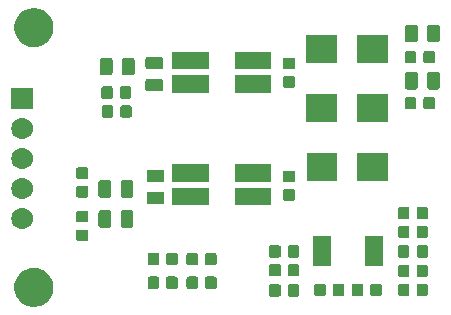
<source format=gts>
G04 #@! TF.GenerationSoftware,KiCad,Pcbnew,(5.1.2)-1*
G04 #@! TF.CreationDate,2020-05-04T21:43:22+09:00*
G04 #@! TF.ProjectId,dcdc,64636463-2e6b-4696-9361-645f70636258,v1.2*
G04 #@! TF.SameCoordinates,Original*
G04 #@! TF.FileFunction,Soldermask,Top*
G04 #@! TF.FilePolarity,Negative*
%FSLAX46Y46*%
G04 Gerber Fmt 4.6, Leading zero omitted, Abs format (unit mm)*
G04 Created by KiCad (PCBNEW (5.1.2)-1) date 2020-05-04 21:43:22*
%MOMM*%
%LPD*%
G04 APERTURE LIST*
%ADD10C,0.100000*%
G04 APERTURE END LIST*
D10*
G36*
X121375256Y-84391298D02*
G01*
X121481579Y-84412447D01*
X121782042Y-84536903D01*
X122052451Y-84717585D01*
X122282415Y-84947549D01*
X122398923Y-85121915D01*
X122463098Y-85217960D01*
X122587553Y-85518422D01*
X122650038Y-85832552D01*
X122651000Y-85837391D01*
X122651000Y-86162609D01*
X122587553Y-86481579D01*
X122503361Y-86684836D01*
X122471562Y-86761607D01*
X122463097Y-86782042D01*
X122282415Y-87052451D01*
X122052451Y-87282415D01*
X121782042Y-87463097D01*
X121481579Y-87587553D01*
X121375256Y-87608702D01*
X121162611Y-87651000D01*
X120837389Y-87651000D01*
X120624744Y-87608702D01*
X120518421Y-87587553D01*
X120217958Y-87463097D01*
X119947549Y-87282415D01*
X119717585Y-87052451D01*
X119536903Y-86782042D01*
X119528439Y-86761607D01*
X119496639Y-86684836D01*
X119412447Y-86481579D01*
X119349000Y-86162609D01*
X119349000Y-85837391D01*
X119349963Y-85832552D01*
X119412447Y-85518422D01*
X119536902Y-85217960D01*
X119601077Y-85121915D01*
X119717585Y-84947549D01*
X119947549Y-84717585D01*
X120217958Y-84536903D01*
X120518421Y-84412447D01*
X120624744Y-84391298D01*
X120837389Y-84349000D01*
X121162611Y-84349000D01*
X121375256Y-84391298D01*
X121375256Y-84391298D01*
G37*
G36*
X143329591Y-85728085D02*
G01*
X143363569Y-85738393D01*
X143394890Y-85755134D01*
X143422339Y-85777661D01*
X143444866Y-85805110D01*
X143461607Y-85836431D01*
X143471915Y-85870409D01*
X143476000Y-85911890D01*
X143476000Y-86588110D01*
X143471915Y-86629591D01*
X143461607Y-86663569D01*
X143444866Y-86694890D01*
X143422339Y-86722339D01*
X143394890Y-86744866D01*
X143363569Y-86761607D01*
X143329591Y-86771915D01*
X143288110Y-86776000D01*
X142686890Y-86776000D01*
X142645409Y-86771915D01*
X142611431Y-86761607D01*
X142580110Y-86744866D01*
X142552661Y-86722339D01*
X142530134Y-86694890D01*
X142513393Y-86663569D01*
X142503085Y-86629591D01*
X142499000Y-86588110D01*
X142499000Y-85911890D01*
X142503085Y-85870409D01*
X142513393Y-85836431D01*
X142530134Y-85805110D01*
X142552661Y-85777661D01*
X142580110Y-85755134D01*
X142611431Y-85738393D01*
X142645409Y-85728085D01*
X142686890Y-85724000D01*
X143288110Y-85724000D01*
X143329591Y-85728085D01*
X143329591Y-85728085D01*
G37*
G36*
X141754591Y-85728085D02*
G01*
X141788569Y-85738393D01*
X141819890Y-85755134D01*
X141847339Y-85777661D01*
X141869866Y-85805110D01*
X141886607Y-85836431D01*
X141896915Y-85870409D01*
X141901000Y-85911890D01*
X141901000Y-86588110D01*
X141896915Y-86629591D01*
X141886607Y-86663569D01*
X141869866Y-86694890D01*
X141847339Y-86722339D01*
X141819890Y-86744866D01*
X141788569Y-86761607D01*
X141754591Y-86771915D01*
X141713110Y-86776000D01*
X141111890Y-86776000D01*
X141070409Y-86771915D01*
X141036431Y-86761607D01*
X141005110Y-86744866D01*
X140977661Y-86722339D01*
X140955134Y-86694890D01*
X140938393Y-86663569D01*
X140928085Y-86629591D01*
X140924000Y-86588110D01*
X140924000Y-85911890D01*
X140928085Y-85870409D01*
X140938393Y-85836431D01*
X140955134Y-85805110D01*
X140977661Y-85777661D01*
X141005110Y-85755134D01*
X141036431Y-85738393D01*
X141070409Y-85728085D01*
X141111890Y-85724000D01*
X141713110Y-85724000D01*
X141754591Y-85728085D01*
X141754591Y-85728085D01*
G37*
G36*
X150317591Y-85678085D02*
G01*
X150351569Y-85688393D01*
X150382890Y-85705134D01*
X150410339Y-85727661D01*
X150432866Y-85755110D01*
X150449607Y-85786431D01*
X150459915Y-85820409D01*
X150464000Y-85861890D01*
X150464000Y-86538110D01*
X150459915Y-86579591D01*
X150449607Y-86613569D01*
X150432866Y-86644890D01*
X150410339Y-86672339D01*
X150382890Y-86694866D01*
X150351569Y-86711607D01*
X150317591Y-86721915D01*
X150276110Y-86726000D01*
X149674890Y-86726000D01*
X149633409Y-86721915D01*
X149599431Y-86711607D01*
X149568110Y-86694866D01*
X149540661Y-86672339D01*
X149518134Y-86644890D01*
X149501393Y-86613569D01*
X149491085Y-86579591D01*
X149487000Y-86538110D01*
X149487000Y-85861890D01*
X149491085Y-85820409D01*
X149501393Y-85786431D01*
X149518134Y-85755110D01*
X149540661Y-85727661D01*
X149568110Y-85705134D01*
X149599431Y-85688393D01*
X149633409Y-85678085D01*
X149674890Y-85674000D01*
X150276110Y-85674000D01*
X150317591Y-85678085D01*
X150317591Y-85678085D01*
G37*
G36*
X147141591Y-85678085D02*
G01*
X147175569Y-85688393D01*
X147206890Y-85705134D01*
X147234339Y-85727661D01*
X147256866Y-85755110D01*
X147273607Y-85786431D01*
X147283915Y-85820409D01*
X147288000Y-85861890D01*
X147288000Y-86538110D01*
X147283915Y-86579591D01*
X147273607Y-86613569D01*
X147256866Y-86644890D01*
X147234339Y-86672339D01*
X147206890Y-86694866D01*
X147175569Y-86711607D01*
X147141591Y-86721915D01*
X147100110Y-86726000D01*
X146498890Y-86726000D01*
X146457409Y-86721915D01*
X146423431Y-86711607D01*
X146392110Y-86694866D01*
X146364661Y-86672339D01*
X146342134Y-86644890D01*
X146325393Y-86613569D01*
X146315085Y-86579591D01*
X146311000Y-86538110D01*
X146311000Y-85861890D01*
X146315085Y-85820409D01*
X146325393Y-85786431D01*
X146342134Y-85755110D01*
X146364661Y-85727661D01*
X146392110Y-85705134D01*
X146423431Y-85688393D01*
X146457409Y-85678085D01*
X146498890Y-85674000D01*
X147100110Y-85674000D01*
X147141591Y-85678085D01*
X147141591Y-85678085D01*
G37*
G36*
X145566591Y-85678085D02*
G01*
X145600569Y-85688393D01*
X145631890Y-85705134D01*
X145659339Y-85727661D01*
X145681866Y-85755110D01*
X145698607Y-85786431D01*
X145708915Y-85820409D01*
X145713000Y-85861890D01*
X145713000Y-86538110D01*
X145708915Y-86579591D01*
X145698607Y-86613569D01*
X145681866Y-86644890D01*
X145659339Y-86672339D01*
X145631890Y-86694866D01*
X145600569Y-86711607D01*
X145566591Y-86721915D01*
X145525110Y-86726000D01*
X144923890Y-86726000D01*
X144882409Y-86721915D01*
X144848431Y-86711607D01*
X144817110Y-86694866D01*
X144789661Y-86672339D01*
X144767134Y-86644890D01*
X144750393Y-86613569D01*
X144740085Y-86579591D01*
X144736000Y-86538110D01*
X144736000Y-85861890D01*
X144740085Y-85820409D01*
X144750393Y-85786431D01*
X144767134Y-85755110D01*
X144789661Y-85727661D01*
X144817110Y-85705134D01*
X144848431Y-85688393D01*
X144882409Y-85678085D01*
X144923890Y-85674000D01*
X145525110Y-85674000D01*
X145566591Y-85678085D01*
X145566591Y-85678085D01*
G37*
G36*
X152654591Y-85678085D02*
G01*
X152688569Y-85688393D01*
X152719890Y-85705134D01*
X152747339Y-85727661D01*
X152769866Y-85755110D01*
X152786607Y-85786431D01*
X152796915Y-85820409D01*
X152801000Y-85861890D01*
X152801000Y-86538110D01*
X152796915Y-86579591D01*
X152786607Y-86613569D01*
X152769866Y-86644890D01*
X152747339Y-86672339D01*
X152719890Y-86694866D01*
X152688569Y-86711607D01*
X152654591Y-86721915D01*
X152613110Y-86726000D01*
X152011890Y-86726000D01*
X151970409Y-86721915D01*
X151936431Y-86711607D01*
X151905110Y-86694866D01*
X151877661Y-86672339D01*
X151855134Y-86644890D01*
X151838393Y-86613569D01*
X151828085Y-86579591D01*
X151824000Y-86538110D01*
X151824000Y-85861890D01*
X151828085Y-85820409D01*
X151838393Y-85786431D01*
X151855134Y-85755110D01*
X151877661Y-85727661D01*
X151905110Y-85705134D01*
X151936431Y-85688393D01*
X151970409Y-85678085D01*
X152011890Y-85674000D01*
X152613110Y-85674000D01*
X152654591Y-85678085D01*
X152654591Y-85678085D01*
G37*
G36*
X154229591Y-85678085D02*
G01*
X154263569Y-85688393D01*
X154294890Y-85705134D01*
X154322339Y-85727661D01*
X154344866Y-85755110D01*
X154361607Y-85786431D01*
X154371915Y-85820409D01*
X154376000Y-85861890D01*
X154376000Y-86538110D01*
X154371915Y-86579591D01*
X154361607Y-86613569D01*
X154344866Y-86644890D01*
X154322339Y-86672339D01*
X154294890Y-86694866D01*
X154263569Y-86711607D01*
X154229591Y-86721915D01*
X154188110Y-86726000D01*
X153586890Y-86726000D01*
X153545409Y-86721915D01*
X153511431Y-86711607D01*
X153480110Y-86694866D01*
X153452661Y-86672339D01*
X153430134Y-86644890D01*
X153413393Y-86613569D01*
X153403085Y-86579591D01*
X153399000Y-86538110D01*
X153399000Y-85861890D01*
X153403085Y-85820409D01*
X153413393Y-85786431D01*
X153430134Y-85755110D01*
X153452661Y-85727661D01*
X153480110Y-85705134D01*
X153511431Y-85688393D01*
X153545409Y-85678085D01*
X153586890Y-85674000D01*
X154188110Y-85674000D01*
X154229591Y-85678085D01*
X154229591Y-85678085D01*
G37*
G36*
X148742591Y-85678085D02*
G01*
X148776569Y-85688393D01*
X148807890Y-85705134D01*
X148835339Y-85727661D01*
X148857866Y-85755110D01*
X148874607Y-85786431D01*
X148884915Y-85820409D01*
X148889000Y-85861890D01*
X148889000Y-86538110D01*
X148884915Y-86579591D01*
X148874607Y-86613569D01*
X148857866Y-86644890D01*
X148835339Y-86672339D01*
X148807890Y-86694866D01*
X148776569Y-86711607D01*
X148742591Y-86721915D01*
X148701110Y-86726000D01*
X148099890Y-86726000D01*
X148058409Y-86721915D01*
X148024431Y-86711607D01*
X147993110Y-86694866D01*
X147965661Y-86672339D01*
X147943134Y-86644890D01*
X147926393Y-86613569D01*
X147916085Y-86579591D01*
X147912000Y-86538110D01*
X147912000Y-85861890D01*
X147916085Y-85820409D01*
X147926393Y-85786431D01*
X147943134Y-85755110D01*
X147965661Y-85727661D01*
X147993110Y-85705134D01*
X148024431Y-85688393D01*
X148058409Y-85678085D01*
X148099890Y-85674000D01*
X148701110Y-85674000D01*
X148742591Y-85678085D01*
X148742591Y-85678085D01*
G37*
G36*
X131454591Y-85078085D02*
G01*
X131488569Y-85088393D01*
X131519890Y-85105134D01*
X131547339Y-85127661D01*
X131569866Y-85155110D01*
X131586607Y-85186431D01*
X131596915Y-85220409D01*
X131601000Y-85261890D01*
X131601000Y-85938110D01*
X131596915Y-85979591D01*
X131586607Y-86013569D01*
X131569866Y-86044890D01*
X131547339Y-86072339D01*
X131519890Y-86094866D01*
X131488569Y-86111607D01*
X131454591Y-86121915D01*
X131413110Y-86126000D01*
X130811890Y-86126000D01*
X130770409Y-86121915D01*
X130736431Y-86111607D01*
X130705110Y-86094866D01*
X130677661Y-86072339D01*
X130655134Y-86044890D01*
X130638393Y-86013569D01*
X130628085Y-85979591D01*
X130624000Y-85938110D01*
X130624000Y-85261890D01*
X130628085Y-85220409D01*
X130638393Y-85186431D01*
X130655134Y-85155110D01*
X130677661Y-85127661D01*
X130705110Y-85105134D01*
X130736431Y-85088393D01*
X130770409Y-85078085D01*
X130811890Y-85074000D01*
X131413110Y-85074000D01*
X131454591Y-85078085D01*
X131454591Y-85078085D01*
G37*
G36*
X133029591Y-85078085D02*
G01*
X133063569Y-85088393D01*
X133094890Y-85105134D01*
X133122339Y-85127661D01*
X133144866Y-85155110D01*
X133161607Y-85186431D01*
X133171915Y-85220409D01*
X133176000Y-85261890D01*
X133176000Y-85938110D01*
X133171915Y-85979591D01*
X133161607Y-86013569D01*
X133144866Y-86044890D01*
X133122339Y-86072339D01*
X133094890Y-86094866D01*
X133063569Y-86111607D01*
X133029591Y-86121915D01*
X132988110Y-86126000D01*
X132386890Y-86126000D01*
X132345409Y-86121915D01*
X132311431Y-86111607D01*
X132280110Y-86094866D01*
X132252661Y-86072339D01*
X132230134Y-86044890D01*
X132213393Y-86013569D01*
X132203085Y-85979591D01*
X132199000Y-85938110D01*
X132199000Y-85261890D01*
X132203085Y-85220409D01*
X132213393Y-85186431D01*
X132230134Y-85155110D01*
X132252661Y-85127661D01*
X132280110Y-85105134D01*
X132311431Y-85088393D01*
X132345409Y-85078085D01*
X132386890Y-85074000D01*
X132988110Y-85074000D01*
X133029591Y-85078085D01*
X133029591Y-85078085D01*
G37*
G36*
X134754591Y-85078085D02*
G01*
X134788569Y-85088393D01*
X134819890Y-85105134D01*
X134847339Y-85127661D01*
X134869866Y-85155110D01*
X134886607Y-85186431D01*
X134896915Y-85220409D01*
X134901000Y-85261890D01*
X134901000Y-85938110D01*
X134896915Y-85979591D01*
X134886607Y-86013569D01*
X134869866Y-86044890D01*
X134847339Y-86072339D01*
X134819890Y-86094866D01*
X134788569Y-86111607D01*
X134754591Y-86121915D01*
X134713110Y-86126000D01*
X134111890Y-86126000D01*
X134070409Y-86121915D01*
X134036431Y-86111607D01*
X134005110Y-86094866D01*
X133977661Y-86072339D01*
X133955134Y-86044890D01*
X133938393Y-86013569D01*
X133928085Y-85979591D01*
X133924000Y-85938110D01*
X133924000Y-85261890D01*
X133928085Y-85220409D01*
X133938393Y-85186431D01*
X133955134Y-85155110D01*
X133977661Y-85127661D01*
X134005110Y-85105134D01*
X134036431Y-85088393D01*
X134070409Y-85078085D01*
X134111890Y-85074000D01*
X134713110Y-85074000D01*
X134754591Y-85078085D01*
X134754591Y-85078085D01*
G37*
G36*
X136329591Y-85078085D02*
G01*
X136363569Y-85088393D01*
X136394890Y-85105134D01*
X136422339Y-85127661D01*
X136444866Y-85155110D01*
X136461607Y-85186431D01*
X136471915Y-85220409D01*
X136476000Y-85261890D01*
X136476000Y-85938110D01*
X136471915Y-85979591D01*
X136461607Y-86013569D01*
X136444866Y-86044890D01*
X136422339Y-86072339D01*
X136394890Y-86094866D01*
X136363569Y-86111607D01*
X136329591Y-86121915D01*
X136288110Y-86126000D01*
X135686890Y-86126000D01*
X135645409Y-86121915D01*
X135611431Y-86111607D01*
X135580110Y-86094866D01*
X135552661Y-86072339D01*
X135530134Y-86044890D01*
X135513393Y-86013569D01*
X135503085Y-85979591D01*
X135499000Y-85938110D01*
X135499000Y-85261890D01*
X135503085Y-85220409D01*
X135513393Y-85186431D01*
X135530134Y-85155110D01*
X135552661Y-85127661D01*
X135580110Y-85105134D01*
X135611431Y-85088393D01*
X135645409Y-85078085D01*
X135686890Y-85074000D01*
X136288110Y-85074000D01*
X136329591Y-85078085D01*
X136329591Y-85078085D01*
G37*
G36*
X154229591Y-84078085D02*
G01*
X154263569Y-84088393D01*
X154294890Y-84105134D01*
X154322339Y-84127661D01*
X154344866Y-84155110D01*
X154361607Y-84186431D01*
X154371915Y-84220409D01*
X154376000Y-84261890D01*
X154376000Y-84938110D01*
X154371915Y-84979591D01*
X154361607Y-85013569D01*
X154344866Y-85044890D01*
X154322339Y-85072339D01*
X154294890Y-85094866D01*
X154263569Y-85111607D01*
X154229591Y-85121915D01*
X154188110Y-85126000D01*
X153586890Y-85126000D01*
X153545409Y-85121915D01*
X153511431Y-85111607D01*
X153480110Y-85094866D01*
X153452661Y-85072339D01*
X153430134Y-85044890D01*
X153413393Y-85013569D01*
X153403085Y-84979591D01*
X153399000Y-84938110D01*
X153399000Y-84261890D01*
X153403085Y-84220409D01*
X153413393Y-84186431D01*
X153430134Y-84155110D01*
X153452661Y-84127661D01*
X153480110Y-84105134D01*
X153511431Y-84088393D01*
X153545409Y-84078085D01*
X153586890Y-84074000D01*
X154188110Y-84074000D01*
X154229591Y-84078085D01*
X154229591Y-84078085D01*
G37*
G36*
X152654591Y-84078085D02*
G01*
X152688569Y-84088393D01*
X152719890Y-84105134D01*
X152747339Y-84127661D01*
X152769866Y-84155110D01*
X152786607Y-84186431D01*
X152796915Y-84220409D01*
X152801000Y-84261890D01*
X152801000Y-84938110D01*
X152796915Y-84979591D01*
X152786607Y-85013569D01*
X152769866Y-85044890D01*
X152747339Y-85072339D01*
X152719890Y-85094866D01*
X152688569Y-85111607D01*
X152654591Y-85121915D01*
X152613110Y-85126000D01*
X152011890Y-85126000D01*
X151970409Y-85121915D01*
X151936431Y-85111607D01*
X151905110Y-85094866D01*
X151877661Y-85072339D01*
X151855134Y-85044890D01*
X151838393Y-85013569D01*
X151828085Y-84979591D01*
X151824000Y-84938110D01*
X151824000Y-84261890D01*
X151828085Y-84220409D01*
X151838393Y-84186431D01*
X151855134Y-84155110D01*
X151877661Y-84127661D01*
X151905110Y-84105134D01*
X151936431Y-84088393D01*
X151970409Y-84078085D01*
X152011890Y-84074000D01*
X152613110Y-84074000D01*
X152654591Y-84078085D01*
X152654591Y-84078085D01*
G37*
G36*
X141754591Y-84028085D02*
G01*
X141788569Y-84038393D01*
X141819890Y-84055134D01*
X141847339Y-84077661D01*
X141869866Y-84105110D01*
X141886607Y-84136431D01*
X141896915Y-84170409D01*
X141901000Y-84211890D01*
X141901000Y-84888110D01*
X141896915Y-84929591D01*
X141886607Y-84963569D01*
X141869866Y-84994890D01*
X141847339Y-85022339D01*
X141819890Y-85044866D01*
X141788569Y-85061607D01*
X141754591Y-85071915D01*
X141713110Y-85076000D01*
X141111890Y-85076000D01*
X141070409Y-85071915D01*
X141036431Y-85061607D01*
X141005110Y-85044866D01*
X140977661Y-85022339D01*
X140955134Y-84994890D01*
X140938393Y-84963569D01*
X140928085Y-84929591D01*
X140924000Y-84888110D01*
X140924000Y-84211890D01*
X140928085Y-84170409D01*
X140938393Y-84136431D01*
X140955134Y-84105110D01*
X140977661Y-84077661D01*
X141005110Y-84055134D01*
X141036431Y-84038393D01*
X141070409Y-84028085D01*
X141111890Y-84024000D01*
X141713110Y-84024000D01*
X141754591Y-84028085D01*
X141754591Y-84028085D01*
G37*
G36*
X143329591Y-84028085D02*
G01*
X143363569Y-84038393D01*
X143394890Y-84055134D01*
X143422339Y-84077661D01*
X143444866Y-84105110D01*
X143461607Y-84136431D01*
X143471915Y-84170409D01*
X143476000Y-84211890D01*
X143476000Y-84888110D01*
X143471915Y-84929591D01*
X143461607Y-84963569D01*
X143444866Y-84994890D01*
X143422339Y-85022339D01*
X143394890Y-85044866D01*
X143363569Y-85061607D01*
X143329591Y-85071915D01*
X143288110Y-85076000D01*
X142686890Y-85076000D01*
X142645409Y-85071915D01*
X142611431Y-85061607D01*
X142580110Y-85044866D01*
X142552661Y-85022339D01*
X142530134Y-84994890D01*
X142513393Y-84963569D01*
X142503085Y-84929591D01*
X142499000Y-84888110D01*
X142499000Y-84211890D01*
X142503085Y-84170409D01*
X142513393Y-84136431D01*
X142530134Y-84105110D01*
X142552661Y-84077661D01*
X142580110Y-84055134D01*
X142611431Y-84038393D01*
X142645409Y-84028085D01*
X142686890Y-84024000D01*
X143288110Y-84024000D01*
X143329591Y-84028085D01*
X143329591Y-84028085D01*
G37*
G36*
X150576000Y-84151000D02*
G01*
X149024000Y-84151000D01*
X149024000Y-81649000D01*
X150576000Y-81649000D01*
X150576000Y-84151000D01*
X150576000Y-84151000D01*
G37*
G36*
X146176000Y-84151000D02*
G01*
X144624000Y-84151000D01*
X144624000Y-81649000D01*
X146176000Y-81649000D01*
X146176000Y-84151000D01*
X146176000Y-84151000D01*
G37*
G36*
X134754591Y-83078085D02*
G01*
X134788569Y-83088393D01*
X134819890Y-83105134D01*
X134847339Y-83127661D01*
X134869866Y-83155110D01*
X134886607Y-83186431D01*
X134896915Y-83220409D01*
X134901000Y-83261890D01*
X134901000Y-83938110D01*
X134896915Y-83979591D01*
X134886607Y-84013569D01*
X134869866Y-84044890D01*
X134847339Y-84072339D01*
X134819890Y-84094866D01*
X134788569Y-84111607D01*
X134754591Y-84121915D01*
X134713110Y-84126000D01*
X134111890Y-84126000D01*
X134070409Y-84121915D01*
X134036431Y-84111607D01*
X134005110Y-84094866D01*
X133977661Y-84072339D01*
X133955134Y-84044890D01*
X133938393Y-84013569D01*
X133928085Y-83979591D01*
X133924000Y-83938110D01*
X133924000Y-83261890D01*
X133928085Y-83220409D01*
X133938393Y-83186431D01*
X133955134Y-83155110D01*
X133977661Y-83127661D01*
X134005110Y-83105134D01*
X134036431Y-83088393D01*
X134070409Y-83078085D01*
X134111890Y-83074000D01*
X134713110Y-83074000D01*
X134754591Y-83078085D01*
X134754591Y-83078085D01*
G37*
G36*
X136329591Y-83078085D02*
G01*
X136363569Y-83088393D01*
X136394890Y-83105134D01*
X136422339Y-83127661D01*
X136444866Y-83155110D01*
X136461607Y-83186431D01*
X136471915Y-83220409D01*
X136476000Y-83261890D01*
X136476000Y-83938110D01*
X136471915Y-83979591D01*
X136461607Y-84013569D01*
X136444866Y-84044890D01*
X136422339Y-84072339D01*
X136394890Y-84094866D01*
X136363569Y-84111607D01*
X136329591Y-84121915D01*
X136288110Y-84126000D01*
X135686890Y-84126000D01*
X135645409Y-84121915D01*
X135611431Y-84111607D01*
X135580110Y-84094866D01*
X135552661Y-84072339D01*
X135530134Y-84044890D01*
X135513393Y-84013569D01*
X135503085Y-83979591D01*
X135499000Y-83938110D01*
X135499000Y-83261890D01*
X135503085Y-83220409D01*
X135513393Y-83186431D01*
X135530134Y-83155110D01*
X135552661Y-83127661D01*
X135580110Y-83105134D01*
X135611431Y-83088393D01*
X135645409Y-83078085D01*
X135686890Y-83074000D01*
X136288110Y-83074000D01*
X136329591Y-83078085D01*
X136329591Y-83078085D01*
G37*
G36*
X131466591Y-83078085D02*
G01*
X131500569Y-83088393D01*
X131531890Y-83105134D01*
X131559339Y-83127661D01*
X131581866Y-83155110D01*
X131598607Y-83186431D01*
X131608915Y-83220409D01*
X131613000Y-83261890D01*
X131613000Y-83938110D01*
X131608915Y-83979591D01*
X131598607Y-84013569D01*
X131581866Y-84044890D01*
X131559339Y-84072339D01*
X131531890Y-84094866D01*
X131500569Y-84111607D01*
X131466591Y-84121915D01*
X131425110Y-84126000D01*
X130823890Y-84126000D01*
X130782409Y-84121915D01*
X130748431Y-84111607D01*
X130717110Y-84094866D01*
X130689661Y-84072339D01*
X130667134Y-84044890D01*
X130650393Y-84013569D01*
X130640085Y-83979591D01*
X130636000Y-83938110D01*
X130636000Y-83261890D01*
X130640085Y-83220409D01*
X130650393Y-83186431D01*
X130667134Y-83155110D01*
X130689661Y-83127661D01*
X130717110Y-83105134D01*
X130748431Y-83088393D01*
X130782409Y-83078085D01*
X130823890Y-83074000D01*
X131425110Y-83074000D01*
X131466591Y-83078085D01*
X131466591Y-83078085D01*
G37*
G36*
X133041591Y-83078085D02*
G01*
X133075569Y-83088393D01*
X133106890Y-83105134D01*
X133134339Y-83127661D01*
X133156866Y-83155110D01*
X133173607Y-83186431D01*
X133183915Y-83220409D01*
X133188000Y-83261890D01*
X133188000Y-83938110D01*
X133183915Y-83979591D01*
X133173607Y-84013569D01*
X133156866Y-84044890D01*
X133134339Y-84072339D01*
X133106890Y-84094866D01*
X133075569Y-84111607D01*
X133041591Y-84121915D01*
X133000110Y-84126000D01*
X132398890Y-84126000D01*
X132357409Y-84121915D01*
X132323431Y-84111607D01*
X132292110Y-84094866D01*
X132264661Y-84072339D01*
X132242134Y-84044890D01*
X132225393Y-84013569D01*
X132215085Y-83979591D01*
X132211000Y-83938110D01*
X132211000Y-83261890D01*
X132215085Y-83220409D01*
X132225393Y-83186431D01*
X132242134Y-83155110D01*
X132264661Y-83127661D01*
X132292110Y-83105134D01*
X132323431Y-83088393D01*
X132357409Y-83078085D01*
X132398890Y-83074000D01*
X133000110Y-83074000D01*
X133041591Y-83078085D01*
X133041591Y-83078085D01*
G37*
G36*
X141754591Y-82428085D02*
G01*
X141788569Y-82438393D01*
X141819890Y-82455134D01*
X141847339Y-82477661D01*
X141869866Y-82505110D01*
X141886607Y-82536431D01*
X141896915Y-82570409D01*
X141901000Y-82611890D01*
X141901000Y-83288110D01*
X141896915Y-83329591D01*
X141886607Y-83363569D01*
X141869866Y-83394890D01*
X141847339Y-83422339D01*
X141819890Y-83444866D01*
X141788569Y-83461607D01*
X141754591Y-83471915D01*
X141713110Y-83476000D01*
X141111890Y-83476000D01*
X141070409Y-83471915D01*
X141036431Y-83461607D01*
X141005110Y-83444866D01*
X140977661Y-83422339D01*
X140955134Y-83394890D01*
X140938393Y-83363569D01*
X140928085Y-83329591D01*
X140924000Y-83288110D01*
X140924000Y-82611890D01*
X140928085Y-82570409D01*
X140938393Y-82536431D01*
X140955134Y-82505110D01*
X140977661Y-82477661D01*
X141005110Y-82455134D01*
X141036431Y-82438393D01*
X141070409Y-82428085D01*
X141111890Y-82424000D01*
X141713110Y-82424000D01*
X141754591Y-82428085D01*
X141754591Y-82428085D01*
G37*
G36*
X143329591Y-82428085D02*
G01*
X143363569Y-82438393D01*
X143394890Y-82455134D01*
X143422339Y-82477661D01*
X143444866Y-82505110D01*
X143461607Y-82536431D01*
X143471915Y-82570409D01*
X143476000Y-82611890D01*
X143476000Y-83288110D01*
X143471915Y-83329591D01*
X143461607Y-83363569D01*
X143444866Y-83394890D01*
X143422339Y-83422339D01*
X143394890Y-83444866D01*
X143363569Y-83461607D01*
X143329591Y-83471915D01*
X143288110Y-83476000D01*
X142686890Y-83476000D01*
X142645409Y-83471915D01*
X142611431Y-83461607D01*
X142580110Y-83444866D01*
X142552661Y-83422339D01*
X142530134Y-83394890D01*
X142513393Y-83363569D01*
X142503085Y-83329591D01*
X142499000Y-83288110D01*
X142499000Y-82611890D01*
X142503085Y-82570409D01*
X142513393Y-82536431D01*
X142530134Y-82505110D01*
X142552661Y-82477661D01*
X142580110Y-82455134D01*
X142611431Y-82438393D01*
X142645409Y-82428085D01*
X142686890Y-82424000D01*
X143288110Y-82424000D01*
X143329591Y-82428085D01*
X143329591Y-82428085D01*
G37*
G36*
X154229591Y-82428085D02*
G01*
X154263569Y-82438393D01*
X154294890Y-82455134D01*
X154322339Y-82477661D01*
X154344866Y-82505110D01*
X154361607Y-82536431D01*
X154371915Y-82570409D01*
X154376000Y-82611890D01*
X154376000Y-83288110D01*
X154371915Y-83329591D01*
X154361607Y-83363569D01*
X154344866Y-83394890D01*
X154322339Y-83422339D01*
X154294890Y-83444866D01*
X154263569Y-83461607D01*
X154229591Y-83471915D01*
X154188110Y-83476000D01*
X153586890Y-83476000D01*
X153545409Y-83471915D01*
X153511431Y-83461607D01*
X153480110Y-83444866D01*
X153452661Y-83422339D01*
X153430134Y-83394890D01*
X153413393Y-83363569D01*
X153403085Y-83329591D01*
X153399000Y-83288110D01*
X153399000Y-82611890D01*
X153403085Y-82570409D01*
X153413393Y-82536431D01*
X153430134Y-82505110D01*
X153452661Y-82477661D01*
X153480110Y-82455134D01*
X153511431Y-82438393D01*
X153545409Y-82428085D01*
X153586890Y-82424000D01*
X154188110Y-82424000D01*
X154229591Y-82428085D01*
X154229591Y-82428085D01*
G37*
G36*
X152654591Y-82428085D02*
G01*
X152688569Y-82438393D01*
X152719890Y-82455134D01*
X152747339Y-82477661D01*
X152769866Y-82505110D01*
X152786607Y-82536431D01*
X152796915Y-82570409D01*
X152801000Y-82611890D01*
X152801000Y-83288110D01*
X152796915Y-83329591D01*
X152786607Y-83363569D01*
X152769866Y-83394890D01*
X152747339Y-83422339D01*
X152719890Y-83444866D01*
X152688569Y-83461607D01*
X152654591Y-83471915D01*
X152613110Y-83476000D01*
X152011890Y-83476000D01*
X151970409Y-83471915D01*
X151936431Y-83461607D01*
X151905110Y-83444866D01*
X151877661Y-83422339D01*
X151855134Y-83394890D01*
X151838393Y-83363569D01*
X151828085Y-83329591D01*
X151824000Y-83288110D01*
X151824000Y-82611890D01*
X151828085Y-82570409D01*
X151838393Y-82536431D01*
X151855134Y-82505110D01*
X151877661Y-82477661D01*
X151905110Y-82455134D01*
X151936431Y-82438393D01*
X151970409Y-82428085D01*
X152011890Y-82424000D01*
X152613110Y-82424000D01*
X152654591Y-82428085D01*
X152654591Y-82428085D01*
G37*
G36*
X125479591Y-81103085D02*
G01*
X125513569Y-81113393D01*
X125544890Y-81130134D01*
X125572339Y-81152661D01*
X125594866Y-81180110D01*
X125611607Y-81211431D01*
X125621915Y-81245409D01*
X125626000Y-81286890D01*
X125626000Y-81888110D01*
X125621915Y-81929591D01*
X125611607Y-81963569D01*
X125594866Y-81994890D01*
X125572339Y-82022339D01*
X125544890Y-82044866D01*
X125513569Y-82061607D01*
X125479591Y-82071915D01*
X125438110Y-82076000D01*
X124761890Y-82076000D01*
X124720409Y-82071915D01*
X124686431Y-82061607D01*
X124655110Y-82044866D01*
X124627661Y-82022339D01*
X124605134Y-81994890D01*
X124588393Y-81963569D01*
X124578085Y-81929591D01*
X124574000Y-81888110D01*
X124574000Y-81286890D01*
X124578085Y-81245409D01*
X124588393Y-81211431D01*
X124605134Y-81180110D01*
X124627661Y-81152661D01*
X124655110Y-81130134D01*
X124686431Y-81113393D01*
X124720409Y-81103085D01*
X124761890Y-81099000D01*
X125438110Y-81099000D01*
X125479591Y-81103085D01*
X125479591Y-81103085D01*
G37*
G36*
X152654591Y-80778085D02*
G01*
X152688569Y-80788393D01*
X152719890Y-80805134D01*
X152747339Y-80827661D01*
X152769866Y-80855110D01*
X152786607Y-80886431D01*
X152796915Y-80920409D01*
X152801000Y-80961890D01*
X152801000Y-81638110D01*
X152796915Y-81679591D01*
X152786607Y-81713569D01*
X152769866Y-81744890D01*
X152747339Y-81772339D01*
X152719890Y-81794866D01*
X152688569Y-81811607D01*
X152654591Y-81821915D01*
X152613110Y-81826000D01*
X152011890Y-81826000D01*
X151970409Y-81821915D01*
X151936431Y-81811607D01*
X151905110Y-81794866D01*
X151877661Y-81772339D01*
X151855134Y-81744890D01*
X151838393Y-81713569D01*
X151828085Y-81679591D01*
X151824000Y-81638110D01*
X151824000Y-80961890D01*
X151828085Y-80920409D01*
X151838393Y-80886431D01*
X151855134Y-80855110D01*
X151877661Y-80827661D01*
X151905110Y-80805134D01*
X151936431Y-80788393D01*
X151970409Y-80778085D01*
X152011890Y-80774000D01*
X152613110Y-80774000D01*
X152654591Y-80778085D01*
X152654591Y-80778085D01*
G37*
G36*
X154229591Y-80778085D02*
G01*
X154263569Y-80788393D01*
X154294890Y-80805134D01*
X154322339Y-80827661D01*
X154344866Y-80855110D01*
X154361607Y-80886431D01*
X154371915Y-80920409D01*
X154376000Y-80961890D01*
X154376000Y-81638110D01*
X154371915Y-81679591D01*
X154361607Y-81713569D01*
X154344866Y-81744890D01*
X154322339Y-81772339D01*
X154294890Y-81794866D01*
X154263569Y-81811607D01*
X154229591Y-81821915D01*
X154188110Y-81826000D01*
X153586890Y-81826000D01*
X153545409Y-81821915D01*
X153511431Y-81811607D01*
X153480110Y-81794866D01*
X153452661Y-81772339D01*
X153430134Y-81744890D01*
X153413393Y-81713569D01*
X153403085Y-81679591D01*
X153399000Y-81638110D01*
X153399000Y-80961890D01*
X153403085Y-80920409D01*
X153413393Y-80886431D01*
X153430134Y-80855110D01*
X153452661Y-80827661D01*
X153480110Y-80805134D01*
X153511431Y-80788393D01*
X153545409Y-80778085D01*
X153586890Y-80774000D01*
X154188110Y-80774000D01*
X154229591Y-80778085D01*
X154229591Y-80778085D01*
G37*
G36*
X120110443Y-79265519D02*
G01*
X120176627Y-79272037D01*
X120346466Y-79323557D01*
X120502991Y-79407222D01*
X120538729Y-79436552D01*
X120640186Y-79519814D01*
X120723448Y-79621271D01*
X120752778Y-79657009D01*
X120836443Y-79813534D01*
X120887963Y-79983373D01*
X120905359Y-80160000D01*
X120887963Y-80336627D01*
X120836443Y-80506466D01*
X120752778Y-80662991D01*
X120723448Y-80698729D01*
X120640186Y-80800186D01*
X120539821Y-80882552D01*
X120502991Y-80912778D01*
X120346466Y-80996443D01*
X120176627Y-81047963D01*
X120110442Y-81054482D01*
X120044260Y-81061000D01*
X119955740Y-81061000D01*
X119889558Y-81054482D01*
X119823373Y-81047963D01*
X119653534Y-80996443D01*
X119497009Y-80912778D01*
X119460179Y-80882552D01*
X119359814Y-80800186D01*
X119276552Y-80698729D01*
X119247222Y-80662991D01*
X119163557Y-80506466D01*
X119112037Y-80336627D01*
X119094641Y-80160000D01*
X119112037Y-79983373D01*
X119163557Y-79813534D01*
X119247222Y-79657009D01*
X119276552Y-79621271D01*
X119359814Y-79519814D01*
X119461271Y-79436552D01*
X119497009Y-79407222D01*
X119653534Y-79323557D01*
X119823373Y-79272037D01*
X119889557Y-79265519D01*
X119955740Y-79259000D01*
X120044260Y-79259000D01*
X120110443Y-79265519D01*
X120110443Y-79265519D01*
G37*
G36*
X127384468Y-79453565D02*
G01*
X127423138Y-79465296D01*
X127458777Y-79484346D01*
X127490017Y-79509983D01*
X127515654Y-79541223D01*
X127534704Y-79576862D01*
X127546435Y-79615532D01*
X127551000Y-79661888D01*
X127551000Y-80738112D01*
X127546435Y-80784468D01*
X127534704Y-80823138D01*
X127515654Y-80858777D01*
X127490017Y-80890017D01*
X127458777Y-80915654D01*
X127423138Y-80934704D01*
X127384468Y-80946435D01*
X127338112Y-80951000D01*
X126686888Y-80951000D01*
X126640532Y-80946435D01*
X126601862Y-80934704D01*
X126566223Y-80915654D01*
X126534983Y-80890017D01*
X126509346Y-80858777D01*
X126490296Y-80823138D01*
X126478565Y-80784468D01*
X126474000Y-80738112D01*
X126474000Y-79661888D01*
X126478565Y-79615532D01*
X126490296Y-79576862D01*
X126509346Y-79541223D01*
X126534983Y-79509983D01*
X126566223Y-79484346D01*
X126601862Y-79465296D01*
X126640532Y-79453565D01*
X126686888Y-79449000D01*
X127338112Y-79449000D01*
X127384468Y-79453565D01*
X127384468Y-79453565D01*
G37*
G36*
X129259468Y-79453565D02*
G01*
X129298138Y-79465296D01*
X129333777Y-79484346D01*
X129365017Y-79509983D01*
X129390654Y-79541223D01*
X129409704Y-79576862D01*
X129421435Y-79615532D01*
X129426000Y-79661888D01*
X129426000Y-80738112D01*
X129421435Y-80784468D01*
X129409704Y-80823138D01*
X129390654Y-80858777D01*
X129365017Y-80890017D01*
X129333777Y-80915654D01*
X129298138Y-80934704D01*
X129259468Y-80946435D01*
X129213112Y-80951000D01*
X128561888Y-80951000D01*
X128515532Y-80946435D01*
X128476862Y-80934704D01*
X128441223Y-80915654D01*
X128409983Y-80890017D01*
X128384346Y-80858777D01*
X128365296Y-80823138D01*
X128353565Y-80784468D01*
X128349000Y-80738112D01*
X128349000Y-79661888D01*
X128353565Y-79615532D01*
X128365296Y-79576862D01*
X128384346Y-79541223D01*
X128409983Y-79509983D01*
X128441223Y-79484346D01*
X128476862Y-79465296D01*
X128515532Y-79453565D01*
X128561888Y-79449000D01*
X129213112Y-79449000D01*
X129259468Y-79453565D01*
X129259468Y-79453565D01*
G37*
G36*
X125479591Y-79528085D02*
G01*
X125513569Y-79538393D01*
X125544890Y-79555134D01*
X125572339Y-79577661D01*
X125594866Y-79605110D01*
X125611607Y-79636431D01*
X125621915Y-79670409D01*
X125626000Y-79711890D01*
X125626000Y-80313110D01*
X125621915Y-80354591D01*
X125611607Y-80388569D01*
X125594866Y-80419890D01*
X125572339Y-80447339D01*
X125544890Y-80469866D01*
X125513569Y-80486607D01*
X125479591Y-80496915D01*
X125438110Y-80501000D01*
X124761890Y-80501000D01*
X124720409Y-80496915D01*
X124686431Y-80486607D01*
X124655110Y-80469866D01*
X124627661Y-80447339D01*
X124605134Y-80419890D01*
X124588393Y-80388569D01*
X124578085Y-80354591D01*
X124574000Y-80313110D01*
X124574000Y-79711890D01*
X124578085Y-79670409D01*
X124588393Y-79636431D01*
X124605134Y-79605110D01*
X124627661Y-79577661D01*
X124655110Y-79555134D01*
X124686431Y-79538393D01*
X124720409Y-79528085D01*
X124761890Y-79524000D01*
X125438110Y-79524000D01*
X125479591Y-79528085D01*
X125479591Y-79528085D01*
G37*
G36*
X152654591Y-79178085D02*
G01*
X152688569Y-79188393D01*
X152719890Y-79205134D01*
X152747339Y-79227661D01*
X152769866Y-79255110D01*
X152786607Y-79286431D01*
X152796915Y-79320409D01*
X152801000Y-79361890D01*
X152801000Y-80038110D01*
X152796915Y-80079591D01*
X152786607Y-80113569D01*
X152769866Y-80144890D01*
X152747339Y-80172339D01*
X152719890Y-80194866D01*
X152688569Y-80211607D01*
X152654591Y-80221915D01*
X152613110Y-80226000D01*
X152011890Y-80226000D01*
X151970409Y-80221915D01*
X151936431Y-80211607D01*
X151905110Y-80194866D01*
X151877661Y-80172339D01*
X151855134Y-80144890D01*
X151838393Y-80113569D01*
X151828085Y-80079591D01*
X151824000Y-80038110D01*
X151824000Y-79361890D01*
X151828085Y-79320409D01*
X151838393Y-79286431D01*
X151855134Y-79255110D01*
X151877661Y-79227661D01*
X151905110Y-79205134D01*
X151936431Y-79188393D01*
X151970409Y-79178085D01*
X152011890Y-79174000D01*
X152613110Y-79174000D01*
X152654591Y-79178085D01*
X152654591Y-79178085D01*
G37*
G36*
X154229591Y-79178085D02*
G01*
X154263569Y-79188393D01*
X154294890Y-79205134D01*
X154322339Y-79227661D01*
X154344866Y-79255110D01*
X154361607Y-79286431D01*
X154371915Y-79320409D01*
X154376000Y-79361890D01*
X154376000Y-80038110D01*
X154371915Y-80079591D01*
X154361607Y-80113569D01*
X154344866Y-80144890D01*
X154322339Y-80172339D01*
X154294890Y-80194866D01*
X154263569Y-80211607D01*
X154229591Y-80221915D01*
X154188110Y-80226000D01*
X153586890Y-80226000D01*
X153545409Y-80221915D01*
X153511431Y-80211607D01*
X153480110Y-80194866D01*
X153452661Y-80172339D01*
X153430134Y-80144890D01*
X153413393Y-80113569D01*
X153403085Y-80079591D01*
X153399000Y-80038110D01*
X153399000Y-79361890D01*
X153403085Y-79320409D01*
X153413393Y-79286431D01*
X153430134Y-79255110D01*
X153452661Y-79227661D01*
X153480110Y-79205134D01*
X153511431Y-79188393D01*
X153545409Y-79178085D01*
X153586890Y-79174000D01*
X154188110Y-79174000D01*
X154229591Y-79178085D01*
X154229591Y-79178085D01*
G37*
G36*
X135801000Y-79051000D02*
G01*
X132699000Y-79051000D01*
X132699000Y-77549000D01*
X135801000Y-77549000D01*
X135801000Y-79051000D01*
X135801000Y-79051000D01*
G37*
G36*
X141101000Y-79051000D02*
G01*
X137999000Y-79051000D01*
X137999000Y-77549000D01*
X141101000Y-77549000D01*
X141101000Y-79051000D01*
X141101000Y-79051000D01*
G37*
G36*
X131884468Y-77903565D02*
G01*
X131923138Y-77915296D01*
X131958777Y-77934346D01*
X131990017Y-77959983D01*
X132015654Y-77991223D01*
X132034704Y-78026862D01*
X132046435Y-78065532D01*
X132051000Y-78111888D01*
X132051000Y-78763112D01*
X132046435Y-78809468D01*
X132034704Y-78848138D01*
X132015654Y-78883777D01*
X131990017Y-78915017D01*
X131958777Y-78940654D01*
X131923138Y-78959704D01*
X131884468Y-78971435D01*
X131838112Y-78976000D01*
X130761888Y-78976000D01*
X130715532Y-78971435D01*
X130676862Y-78959704D01*
X130641223Y-78940654D01*
X130609983Y-78915017D01*
X130584346Y-78883777D01*
X130565296Y-78848138D01*
X130553565Y-78809468D01*
X130549000Y-78763112D01*
X130549000Y-78111888D01*
X130553565Y-78065532D01*
X130565296Y-78026862D01*
X130584346Y-77991223D01*
X130609983Y-77959983D01*
X130641223Y-77934346D01*
X130676862Y-77915296D01*
X130715532Y-77903565D01*
X130761888Y-77899000D01*
X131838112Y-77899000D01*
X131884468Y-77903565D01*
X131884468Y-77903565D01*
G37*
G36*
X142979591Y-77690585D02*
G01*
X143013569Y-77700893D01*
X143044890Y-77717634D01*
X143072339Y-77740161D01*
X143094866Y-77767610D01*
X143111607Y-77798931D01*
X143121915Y-77832909D01*
X143126000Y-77874390D01*
X143126000Y-78475610D01*
X143121915Y-78517091D01*
X143111607Y-78551069D01*
X143094866Y-78582390D01*
X143072339Y-78609839D01*
X143044890Y-78632366D01*
X143013569Y-78649107D01*
X142979591Y-78659415D01*
X142938110Y-78663500D01*
X142261890Y-78663500D01*
X142220409Y-78659415D01*
X142186431Y-78649107D01*
X142155110Y-78632366D01*
X142127661Y-78609839D01*
X142105134Y-78582390D01*
X142088393Y-78551069D01*
X142078085Y-78517091D01*
X142074000Y-78475610D01*
X142074000Y-77874390D01*
X142078085Y-77832909D01*
X142088393Y-77798931D01*
X142105134Y-77767610D01*
X142127661Y-77740161D01*
X142155110Y-77717634D01*
X142186431Y-77700893D01*
X142220409Y-77690585D01*
X142261890Y-77686500D01*
X142938110Y-77686500D01*
X142979591Y-77690585D01*
X142979591Y-77690585D01*
G37*
G36*
X120110442Y-76725518D02*
G01*
X120176627Y-76732037D01*
X120346466Y-76783557D01*
X120502991Y-76867222D01*
X120528445Y-76888112D01*
X120640186Y-76979814D01*
X120703830Y-77057366D01*
X120752778Y-77117009D01*
X120836443Y-77273534D01*
X120887963Y-77443373D01*
X120905359Y-77620000D01*
X120887963Y-77796627D01*
X120836443Y-77966466D01*
X120752778Y-78122991D01*
X120735331Y-78144250D01*
X120640186Y-78260186D01*
X120542910Y-78340017D01*
X120502991Y-78372778D01*
X120346466Y-78456443D01*
X120176627Y-78507963D01*
X120110443Y-78514481D01*
X120044260Y-78521000D01*
X119955740Y-78521000D01*
X119889557Y-78514481D01*
X119823373Y-78507963D01*
X119653534Y-78456443D01*
X119497009Y-78372778D01*
X119457090Y-78340017D01*
X119359814Y-78260186D01*
X119264669Y-78144250D01*
X119247222Y-78122991D01*
X119163557Y-77966466D01*
X119112037Y-77796627D01*
X119094641Y-77620000D01*
X119112037Y-77443373D01*
X119163557Y-77273534D01*
X119247222Y-77117009D01*
X119296170Y-77057366D01*
X119359814Y-76979814D01*
X119471555Y-76888112D01*
X119497009Y-76867222D01*
X119653534Y-76783557D01*
X119823373Y-76732037D01*
X119889558Y-76725518D01*
X119955740Y-76719000D01*
X120044260Y-76719000D01*
X120110442Y-76725518D01*
X120110442Y-76725518D01*
G37*
G36*
X129259468Y-76903565D02*
G01*
X129298138Y-76915296D01*
X129333777Y-76934346D01*
X129365017Y-76959983D01*
X129390654Y-76991223D01*
X129409704Y-77026862D01*
X129421435Y-77065532D01*
X129426000Y-77111888D01*
X129426000Y-78188112D01*
X129421435Y-78234468D01*
X129409704Y-78273138D01*
X129390654Y-78308777D01*
X129365017Y-78340017D01*
X129333777Y-78365654D01*
X129298138Y-78384704D01*
X129259468Y-78396435D01*
X129213112Y-78401000D01*
X128561888Y-78401000D01*
X128515532Y-78396435D01*
X128476862Y-78384704D01*
X128441223Y-78365654D01*
X128409983Y-78340017D01*
X128384346Y-78308777D01*
X128365296Y-78273138D01*
X128353565Y-78234468D01*
X128349000Y-78188112D01*
X128349000Y-77111888D01*
X128353565Y-77065532D01*
X128365296Y-77026862D01*
X128384346Y-76991223D01*
X128409983Y-76959983D01*
X128441223Y-76934346D01*
X128476862Y-76915296D01*
X128515532Y-76903565D01*
X128561888Y-76899000D01*
X129213112Y-76899000D01*
X129259468Y-76903565D01*
X129259468Y-76903565D01*
G37*
G36*
X127384468Y-76903565D02*
G01*
X127423138Y-76915296D01*
X127458777Y-76934346D01*
X127490017Y-76959983D01*
X127515654Y-76991223D01*
X127534704Y-77026862D01*
X127546435Y-77065532D01*
X127551000Y-77111888D01*
X127551000Y-78188112D01*
X127546435Y-78234468D01*
X127534704Y-78273138D01*
X127515654Y-78308777D01*
X127490017Y-78340017D01*
X127458777Y-78365654D01*
X127423138Y-78384704D01*
X127384468Y-78396435D01*
X127338112Y-78401000D01*
X126686888Y-78401000D01*
X126640532Y-78396435D01*
X126601862Y-78384704D01*
X126566223Y-78365654D01*
X126534983Y-78340017D01*
X126509346Y-78308777D01*
X126490296Y-78273138D01*
X126478565Y-78234468D01*
X126474000Y-78188112D01*
X126474000Y-77111888D01*
X126478565Y-77065532D01*
X126490296Y-77026862D01*
X126509346Y-76991223D01*
X126534983Y-76959983D01*
X126566223Y-76934346D01*
X126601862Y-76915296D01*
X126640532Y-76903565D01*
X126686888Y-76899000D01*
X127338112Y-76899000D01*
X127384468Y-76903565D01*
X127384468Y-76903565D01*
G37*
G36*
X125479591Y-77415585D02*
G01*
X125513569Y-77425893D01*
X125544890Y-77442634D01*
X125572339Y-77465161D01*
X125594866Y-77492610D01*
X125611607Y-77523931D01*
X125621915Y-77557909D01*
X125626000Y-77599390D01*
X125626000Y-78200610D01*
X125621915Y-78242091D01*
X125611607Y-78276069D01*
X125594866Y-78307390D01*
X125572339Y-78334839D01*
X125544890Y-78357366D01*
X125513569Y-78374107D01*
X125479591Y-78384415D01*
X125438110Y-78388500D01*
X124761890Y-78388500D01*
X124720409Y-78384415D01*
X124686431Y-78374107D01*
X124655110Y-78357366D01*
X124627661Y-78334839D01*
X124605134Y-78307390D01*
X124588393Y-78276069D01*
X124578085Y-78242091D01*
X124574000Y-78200610D01*
X124574000Y-77599390D01*
X124578085Y-77557909D01*
X124588393Y-77523931D01*
X124605134Y-77492610D01*
X124627661Y-77465161D01*
X124655110Y-77442634D01*
X124686431Y-77425893D01*
X124720409Y-77415585D01*
X124761890Y-77411500D01*
X125438110Y-77411500D01*
X125479591Y-77415585D01*
X125479591Y-77415585D01*
G37*
G36*
X131884468Y-76028565D02*
G01*
X131923138Y-76040296D01*
X131958777Y-76059346D01*
X131990017Y-76084983D01*
X132015654Y-76116223D01*
X132034704Y-76151862D01*
X132046435Y-76190532D01*
X132051000Y-76236888D01*
X132051000Y-76888112D01*
X132046435Y-76934468D01*
X132034704Y-76973138D01*
X132015654Y-77008777D01*
X131990017Y-77040017D01*
X131958777Y-77065654D01*
X131923138Y-77084704D01*
X131884468Y-77096435D01*
X131838112Y-77101000D01*
X130761888Y-77101000D01*
X130715532Y-77096435D01*
X130676862Y-77084704D01*
X130641223Y-77065654D01*
X130609983Y-77040017D01*
X130584346Y-77008777D01*
X130565296Y-76973138D01*
X130553565Y-76934468D01*
X130549000Y-76888112D01*
X130549000Y-76236888D01*
X130553565Y-76190532D01*
X130565296Y-76151862D01*
X130584346Y-76116223D01*
X130609983Y-76084983D01*
X130641223Y-76059346D01*
X130676862Y-76040296D01*
X130715532Y-76028565D01*
X130761888Y-76024000D01*
X131838112Y-76024000D01*
X131884468Y-76028565D01*
X131884468Y-76028565D01*
G37*
G36*
X142979591Y-76115585D02*
G01*
X143013569Y-76125893D01*
X143044890Y-76142634D01*
X143072339Y-76165161D01*
X143094866Y-76192610D01*
X143111607Y-76223931D01*
X143121915Y-76257909D01*
X143126000Y-76299390D01*
X143126000Y-76900610D01*
X143121915Y-76942091D01*
X143111607Y-76976069D01*
X143094866Y-77007390D01*
X143072339Y-77034839D01*
X143044890Y-77057366D01*
X143013569Y-77074107D01*
X142979591Y-77084415D01*
X142938110Y-77088500D01*
X142261890Y-77088500D01*
X142220409Y-77084415D01*
X142186431Y-77074107D01*
X142155110Y-77057366D01*
X142127661Y-77034839D01*
X142105134Y-77007390D01*
X142088393Y-76976069D01*
X142078085Y-76942091D01*
X142074000Y-76900610D01*
X142074000Y-76299390D01*
X142078085Y-76257909D01*
X142088393Y-76223931D01*
X142105134Y-76192610D01*
X142127661Y-76165161D01*
X142155110Y-76142634D01*
X142186431Y-76125893D01*
X142220409Y-76115585D01*
X142261890Y-76111500D01*
X142938110Y-76111500D01*
X142979591Y-76115585D01*
X142979591Y-76115585D01*
G37*
G36*
X141101000Y-77051000D02*
G01*
X137999000Y-77051000D01*
X137999000Y-75549000D01*
X141101000Y-75549000D01*
X141101000Y-77051000D01*
X141101000Y-77051000D01*
G37*
G36*
X135801000Y-77051000D02*
G01*
X132699000Y-77051000D01*
X132699000Y-75549000D01*
X135801000Y-75549000D01*
X135801000Y-77051000D01*
X135801000Y-77051000D01*
G37*
G36*
X151001000Y-77001000D02*
G01*
X148399000Y-77001000D01*
X148399000Y-74599000D01*
X151001000Y-74599000D01*
X151001000Y-77001000D01*
X151001000Y-77001000D01*
G37*
G36*
X146701000Y-77001000D02*
G01*
X144099000Y-77001000D01*
X144099000Y-74599000D01*
X146701000Y-74599000D01*
X146701000Y-77001000D01*
X146701000Y-77001000D01*
G37*
G36*
X125479591Y-75840585D02*
G01*
X125513569Y-75850893D01*
X125544890Y-75867634D01*
X125572339Y-75890161D01*
X125594866Y-75917610D01*
X125611607Y-75948931D01*
X125621915Y-75982909D01*
X125626000Y-76024390D01*
X125626000Y-76625610D01*
X125621915Y-76667091D01*
X125611607Y-76701069D01*
X125594866Y-76732390D01*
X125572339Y-76759839D01*
X125544890Y-76782366D01*
X125513569Y-76799107D01*
X125479591Y-76809415D01*
X125438110Y-76813500D01*
X124761890Y-76813500D01*
X124720409Y-76809415D01*
X124686431Y-76799107D01*
X124655110Y-76782366D01*
X124627661Y-76759839D01*
X124605134Y-76732390D01*
X124588393Y-76701069D01*
X124578085Y-76667091D01*
X124574000Y-76625610D01*
X124574000Y-76024390D01*
X124578085Y-75982909D01*
X124588393Y-75948931D01*
X124605134Y-75917610D01*
X124627661Y-75890161D01*
X124655110Y-75867634D01*
X124686431Y-75850893D01*
X124720409Y-75840585D01*
X124761890Y-75836500D01*
X125438110Y-75836500D01*
X125479591Y-75840585D01*
X125479591Y-75840585D01*
G37*
G36*
X120110442Y-74185518D02*
G01*
X120176627Y-74192037D01*
X120346466Y-74243557D01*
X120502991Y-74327222D01*
X120538729Y-74356552D01*
X120640186Y-74439814D01*
X120723448Y-74541271D01*
X120752778Y-74577009D01*
X120836443Y-74733534D01*
X120887963Y-74903373D01*
X120905359Y-75080000D01*
X120887963Y-75256627D01*
X120836443Y-75426466D01*
X120752778Y-75582991D01*
X120723448Y-75618729D01*
X120640186Y-75720186D01*
X120538729Y-75803448D01*
X120502991Y-75832778D01*
X120346466Y-75916443D01*
X120176627Y-75967963D01*
X120110442Y-75974482D01*
X120044260Y-75981000D01*
X119955740Y-75981000D01*
X119889558Y-75974482D01*
X119823373Y-75967963D01*
X119653534Y-75916443D01*
X119497009Y-75832778D01*
X119461271Y-75803448D01*
X119359814Y-75720186D01*
X119276552Y-75618729D01*
X119247222Y-75582991D01*
X119163557Y-75426466D01*
X119112037Y-75256627D01*
X119094641Y-75080000D01*
X119112037Y-74903373D01*
X119163557Y-74733534D01*
X119247222Y-74577009D01*
X119276552Y-74541271D01*
X119359814Y-74439814D01*
X119461271Y-74356552D01*
X119497009Y-74327222D01*
X119653534Y-74243557D01*
X119823373Y-74192037D01*
X119889558Y-74185518D01*
X119955740Y-74179000D01*
X120044260Y-74179000D01*
X120110442Y-74185518D01*
X120110442Y-74185518D01*
G37*
G36*
X120110442Y-71645518D02*
G01*
X120176627Y-71652037D01*
X120346466Y-71703557D01*
X120502991Y-71787222D01*
X120538729Y-71816552D01*
X120640186Y-71899814D01*
X120723226Y-72001000D01*
X120752778Y-72037009D01*
X120836443Y-72193534D01*
X120887963Y-72363373D01*
X120905359Y-72540000D01*
X120887963Y-72716627D01*
X120836443Y-72886466D01*
X120752778Y-73042991D01*
X120723448Y-73078729D01*
X120640186Y-73180186D01*
X120538729Y-73263448D01*
X120502991Y-73292778D01*
X120346466Y-73376443D01*
X120176627Y-73427963D01*
X120110442Y-73434482D01*
X120044260Y-73441000D01*
X119955740Y-73441000D01*
X119889558Y-73434482D01*
X119823373Y-73427963D01*
X119653534Y-73376443D01*
X119497009Y-73292778D01*
X119461271Y-73263448D01*
X119359814Y-73180186D01*
X119276552Y-73078729D01*
X119247222Y-73042991D01*
X119163557Y-72886466D01*
X119112037Y-72716627D01*
X119094641Y-72540000D01*
X119112037Y-72363373D01*
X119163557Y-72193534D01*
X119247222Y-72037009D01*
X119276774Y-72001000D01*
X119359814Y-71899814D01*
X119461271Y-71816552D01*
X119497009Y-71787222D01*
X119653534Y-71703557D01*
X119823373Y-71652037D01*
X119889558Y-71645518D01*
X119955740Y-71639000D01*
X120044260Y-71639000D01*
X120110442Y-71645518D01*
X120110442Y-71645518D01*
G37*
G36*
X146651000Y-72001000D02*
G01*
X144049000Y-72001000D01*
X144049000Y-69599000D01*
X146651000Y-69599000D01*
X146651000Y-72001000D01*
X146651000Y-72001000D01*
G37*
G36*
X150951000Y-72001000D02*
G01*
X148349000Y-72001000D01*
X148349000Y-69599000D01*
X150951000Y-69599000D01*
X150951000Y-72001000D01*
X150951000Y-72001000D01*
G37*
G36*
X129141591Y-70578085D02*
G01*
X129175569Y-70588393D01*
X129206890Y-70605134D01*
X129234339Y-70627661D01*
X129256866Y-70655110D01*
X129273607Y-70686431D01*
X129283915Y-70720409D01*
X129288000Y-70761890D01*
X129288000Y-71438110D01*
X129283915Y-71479591D01*
X129273607Y-71513569D01*
X129256866Y-71544890D01*
X129234339Y-71572339D01*
X129206890Y-71594866D01*
X129175569Y-71611607D01*
X129141591Y-71621915D01*
X129100110Y-71626000D01*
X128498890Y-71626000D01*
X128457409Y-71621915D01*
X128423431Y-71611607D01*
X128392110Y-71594866D01*
X128364661Y-71572339D01*
X128342134Y-71544890D01*
X128325393Y-71513569D01*
X128315085Y-71479591D01*
X128311000Y-71438110D01*
X128311000Y-70761890D01*
X128315085Y-70720409D01*
X128325393Y-70686431D01*
X128342134Y-70655110D01*
X128364661Y-70627661D01*
X128392110Y-70605134D01*
X128423431Y-70588393D01*
X128457409Y-70578085D01*
X128498890Y-70574000D01*
X129100110Y-70574000D01*
X129141591Y-70578085D01*
X129141591Y-70578085D01*
G37*
G36*
X127566591Y-70578085D02*
G01*
X127600569Y-70588393D01*
X127631890Y-70605134D01*
X127659339Y-70627661D01*
X127681866Y-70655110D01*
X127698607Y-70686431D01*
X127708915Y-70720409D01*
X127713000Y-70761890D01*
X127713000Y-71438110D01*
X127708915Y-71479591D01*
X127698607Y-71513569D01*
X127681866Y-71544890D01*
X127659339Y-71572339D01*
X127631890Y-71594866D01*
X127600569Y-71611607D01*
X127566591Y-71621915D01*
X127525110Y-71626000D01*
X126923890Y-71626000D01*
X126882409Y-71621915D01*
X126848431Y-71611607D01*
X126817110Y-71594866D01*
X126789661Y-71572339D01*
X126767134Y-71544890D01*
X126750393Y-71513569D01*
X126740085Y-71479591D01*
X126736000Y-71438110D01*
X126736000Y-70761890D01*
X126740085Y-70720409D01*
X126750393Y-70686431D01*
X126767134Y-70655110D01*
X126789661Y-70627661D01*
X126817110Y-70605134D01*
X126848431Y-70588393D01*
X126882409Y-70578085D01*
X126923890Y-70574000D01*
X127525110Y-70574000D01*
X127566591Y-70578085D01*
X127566591Y-70578085D01*
G37*
G36*
X153242591Y-69878085D02*
G01*
X153276569Y-69888393D01*
X153307890Y-69905134D01*
X153335339Y-69927661D01*
X153357866Y-69955110D01*
X153374607Y-69986431D01*
X153384915Y-70020409D01*
X153389000Y-70061890D01*
X153389000Y-70738110D01*
X153384915Y-70779591D01*
X153374607Y-70813569D01*
X153357866Y-70844890D01*
X153335339Y-70872339D01*
X153307890Y-70894866D01*
X153276569Y-70911607D01*
X153242591Y-70921915D01*
X153201110Y-70926000D01*
X152599890Y-70926000D01*
X152558409Y-70921915D01*
X152524431Y-70911607D01*
X152493110Y-70894866D01*
X152465661Y-70872339D01*
X152443134Y-70844890D01*
X152426393Y-70813569D01*
X152416085Y-70779591D01*
X152412000Y-70738110D01*
X152412000Y-70061890D01*
X152416085Y-70020409D01*
X152426393Y-69986431D01*
X152443134Y-69955110D01*
X152465661Y-69927661D01*
X152493110Y-69905134D01*
X152524431Y-69888393D01*
X152558409Y-69878085D01*
X152599890Y-69874000D01*
X153201110Y-69874000D01*
X153242591Y-69878085D01*
X153242591Y-69878085D01*
G37*
G36*
X154817591Y-69878085D02*
G01*
X154851569Y-69888393D01*
X154882890Y-69905134D01*
X154910339Y-69927661D01*
X154932866Y-69955110D01*
X154949607Y-69986431D01*
X154959915Y-70020409D01*
X154964000Y-70061890D01*
X154964000Y-70738110D01*
X154959915Y-70779591D01*
X154949607Y-70813569D01*
X154932866Y-70844890D01*
X154910339Y-70872339D01*
X154882890Y-70894866D01*
X154851569Y-70911607D01*
X154817591Y-70921915D01*
X154776110Y-70926000D01*
X154174890Y-70926000D01*
X154133409Y-70921915D01*
X154099431Y-70911607D01*
X154068110Y-70894866D01*
X154040661Y-70872339D01*
X154018134Y-70844890D01*
X154001393Y-70813569D01*
X153991085Y-70779591D01*
X153987000Y-70738110D01*
X153987000Y-70061890D01*
X153991085Y-70020409D01*
X154001393Y-69986431D01*
X154018134Y-69955110D01*
X154040661Y-69927661D01*
X154068110Y-69905134D01*
X154099431Y-69888393D01*
X154133409Y-69878085D01*
X154174890Y-69874000D01*
X154776110Y-69874000D01*
X154817591Y-69878085D01*
X154817591Y-69878085D01*
G37*
G36*
X120901000Y-70901000D02*
G01*
X119099000Y-70901000D01*
X119099000Y-69099000D01*
X120901000Y-69099000D01*
X120901000Y-70901000D01*
X120901000Y-70901000D01*
G37*
G36*
X127542591Y-68978085D02*
G01*
X127576569Y-68988393D01*
X127607890Y-69005134D01*
X127635339Y-69027661D01*
X127657866Y-69055110D01*
X127674607Y-69086431D01*
X127684915Y-69120409D01*
X127689000Y-69161890D01*
X127689000Y-69838110D01*
X127684915Y-69879591D01*
X127674607Y-69913569D01*
X127657866Y-69944890D01*
X127635339Y-69972339D01*
X127607890Y-69994866D01*
X127576569Y-70011607D01*
X127542591Y-70021915D01*
X127501110Y-70026000D01*
X126899890Y-70026000D01*
X126858409Y-70021915D01*
X126824431Y-70011607D01*
X126793110Y-69994866D01*
X126765661Y-69972339D01*
X126743134Y-69944890D01*
X126726393Y-69913569D01*
X126716085Y-69879591D01*
X126712000Y-69838110D01*
X126712000Y-69161890D01*
X126716085Y-69120409D01*
X126726393Y-69086431D01*
X126743134Y-69055110D01*
X126765661Y-69027661D01*
X126793110Y-69005134D01*
X126824431Y-68988393D01*
X126858409Y-68978085D01*
X126899890Y-68974000D01*
X127501110Y-68974000D01*
X127542591Y-68978085D01*
X127542591Y-68978085D01*
G37*
G36*
X129117591Y-68978085D02*
G01*
X129151569Y-68988393D01*
X129182890Y-69005134D01*
X129210339Y-69027661D01*
X129232866Y-69055110D01*
X129249607Y-69086431D01*
X129259915Y-69120409D01*
X129264000Y-69161890D01*
X129264000Y-69838110D01*
X129259915Y-69879591D01*
X129249607Y-69913569D01*
X129232866Y-69944890D01*
X129210339Y-69972339D01*
X129182890Y-69994866D01*
X129151569Y-70011607D01*
X129117591Y-70021915D01*
X129076110Y-70026000D01*
X128474890Y-70026000D01*
X128433409Y-70021915D01*
X128399431Y-70011607D01*
X128368110Y-69994866D01*
X128340661Y-69972339D01*
X128318134Y-69944890D01*
X128301393Y-69913569D01*
X128291085Y-69879591D01*
X128287000Y-69838110D01*
X128287000Y-69161890D01*
X128291085Y-69120409D01*
X128301393Y-69086431D01*
X128318134Y-69055110D01*
X128340661Y-69027661D01*
X128368110Y-69005134D01*
X128399431Y-68988393D01*
X128433409Y-68978085D01*
X128474890Y-68974000D01*
X129076110Y-68974000D01*
X129117591Y-68978085D01*
X129117591Y-68978085D01*
G37*
G36*
X135801000Y-69551000D02*
G01*
X132699000Y-69551000D01*
X132699000Y-68049000D01*
X135801000Y-68049000D01*
X135801000Y-69551000D01*
X135801000Y-69551000D01*
G37*
G36*
X141101000Y-69551000D02*
G01*
X137999000Y-69551000D01*
X137999000Y-68049000D01*
X141101000Y-68049000D01*
X141101000Y-69551000D01*
X141101000Y-69551000D01*
G37*
G36*
X131784468Y-68341065D02*
G01*
X131823138Y-68352796D01*
X131858777Y-68371846D01*
X131890017Y-68397483D01*
X131915654Y-68428723D01*
X131934704Y-68464362D01*
X131946435Y-68503032D01*
X131951000Y-68549388D01*
X131951000Y-69200612D01*
X131946435Y-69246968D01*
X131934704Y-69285638D01*
X131915654Y-69321277D01*
X131890017Y-69352517D01*
X131858777Y-69378154D01*
X131823138Y-69397204D01*
X131784468Y-69408935D01*
X131738112Y-69413500D01*
X130661888Y-69413500D01*
X130615532Y-69408935D01*
X130576862Y-69397204D01*
X130541223Y-69378154D01*
X130509983Y-69352517D01*
X130484346Y-69321277D01*
X130465296Y-69285638D01*
X130453565Y-69246968D01*
X130449000Y-69200612D01*
X130449000Y-68549388D01*
X130453565Y-68503032D01*
X130465296Y-68464362D01*
X130484346Y-68428723D01*
X130509983Y-68397483D01*
X130541223Y-68371846D01*
X130576862Y-68352796D01*
X130615532Y-68341065D01*
X130661888Y-68336500D01*
X131738112Y-68336500D01*
X131784468Y-68341065D01*
X131784468Y-68341065D01*
G37*
G36*
X153334468Y-67753565D02*
G01*
X153373138Y-67765296D01*
X153408777Y-67784346D01*
X153440017Y-67809983D01*
X153465654Y-67841223D01*
X153484704Y-67876862D01*
X153496435Y-67915532D01*
X153501000Y-67961888D01*
X153501000Y-69038112D01*
X153496435Y-69084468D01*
X153484704Y-69123138D01*
X153465654Y-69158777D01*
X153440017Y-69190017D01*
X153408777Y-69215654D01*
X153373138Y-69234704D01*
X153334468Y-69246435D01*
X153288112Y-69251000D01*
X152636888Y-69251000D01*
X152590532Y-69246435D01*
X152551862Y-69234704D01*
X152516223Y-69215654D01*
X152484983Y-69190017D01*
X152459346Y-69158777D01*
X152440296Y-69123138D01*
X152428565Y-69084468D01*
X152424000Y-69038112D01*
X152424000Y-67961888D01*
X152428565Y-67915532D01*
X152440296Y-67876862D01*
X152459346Y-67841223D01*
X152484983Y-67809983D01*
X152516223Y-67784346D01*
X152551862Y-67765296D01*
X152590532Y-67753565D01*
X152636888Y-67749000D01*
X153288112Y-67749000D01*
X153334468Y-67753565D01*
X153334468Y-67753565D01*
G37*
G36*
X155209468Y-67753565D02*
G01*
X155248138Y-67765296D01*
X155283777Y-67784346D01*
X155315017Y-67809983D01*
X155340654Y-67841223D01*
X155359704Y-67876862D01*
X155371435Y-67915532D01*
X155376000Y-67961888D01*
X155376000Y-69038112D01*
X155371435Y-69084468D01*
X155359704Y-69123138D01*
X155340654Y-69158777D01*
X155315017Y-69190017D01*
X155283777Y-69215654D01*
X155248138Y-69234704D01*
X155209468Y-69246435D01*
X155163112Y-69251000D01*
X154511888Y-69251000D01*
X154465532Y-69246435D01*
X154426862Y-69234704D01*
X154391223Y-69215654D01*
X154359983Y-69190017D01*
X154334346Y-69158777D01*
X154315296Y-69123138D01*
X154303565Y-69084468D01*
X154299000Y-69038112D01*
X154299000Y-67961888D01*
X154303565Y-67915532D01*
X154315296Y-67876862D01*
X154334346Y-67841223D01*
X154359983Y-67809983D01*
X154391223Y-67784346D01*
X154426862Y-67765296D01*
X154465532Y-67753565D01*
X154511888Y-67749000D01*
X155163112Y-67749000D01*
X155209468Y-67753565D01*
X155209468Y-67753565D01*
G37*
G36*
X142979591Y-68115585D02*
G01*
X143013569Y-68125893D01*
X143044890Y-68142634D01*
X143072339Y-68165161D01*
X143094866Y-68192610D01*
X143111607Y-68223931D01*
X143121915Y-68257909D01*
X143126000Y-68299390D01*
X143126000Y-68900610D01*
X143121915Y-68942091D01*
X143111607Y-68976069D01*
X143094866Y-69007390D01*
X143072339Y-69034839D01*
X143044890Y-69057366D01*
X143013569Y-69074107D01*
X142979591Y-69084415D01*
X142938110Y-69088500D01*
X142261890Y-69088500D01*
X142220409Y-69084415D01*
X142186431Y-69074107D01*
X142155110Y-69057366D01*
X142127661Y-69034839D01*
X142105134Y-69007390D01*
X142088393Y-68976069D01*
X142078085Y-68942091D01*
X142074000Y-68900610D01*
X142074000Y-68299390D01*
X142078085Y-68257909D01*
X142088393Y-68223931D01*
X142105134Y-68192610D01*
X142127661Y-68165161D01*
X142155110Y-68142634D01*
X142186431Y-68125893D01*
X142220409Y-68115585D01*
X142261890Y-68111500D01*
X142938110Y-68111500D01*
X142979591Y-68115585D01*
X142979591Y-68115585D01*
G37*
G36*
X129371468Y-66553565D02*
G01*
X129410138Y-66565296D01*
X129445777Y-66584346D01*
X129477017Y-66609983D01*
X129502654Y-66641223D01*
X129521704Y-66676862D01*
X129533435Y-66715532D01*
X129538000Y-66761888D01*
X129538000Y-67838112D01*
X129533435Y-67884468D01*
X129521704Y-67923138D01*
X129502654Y-67958777D01*
X129477017Y-67990017D01*
X129445777Y-68015654D01*
X129410138Y-68034704D01*
X129371468Y-68046435D01*
X129325112Y-68051000D01*
X128673888Y-68051000D01*
X128627532Y-68046435D01*
X128588862Y-68034704D01*
X128553223Y-68015654D01*
X128521983Y-67990017D01*
X128496346Y-67958777D01*
X128477296Y-67923138D01*
X128465565Y-67884468D01*
X128461000Y-67838112D01*
X128461000Y-66761888D01*
X128465565Y-66715532D01*
X128477296Y-66676862D01*
X128496346Y-66641223D01*
X128521983Y-66609983D01*
X128553223Y-66584346D01*
X128588862Y-66565296D01*
X128627532Y-66553565D01*
X128673888Y-66549000D01*
X129325112Y-66549000D01*
X129371468Y-66553565D01*
X129371468Y-66553565D01*
G37*
G36*
X127496468Y-66553565D02*
G01*
X127535138Y-66565296D01*
X127570777Y-66584346D01*
X127602017Y-66609983D01*
X127627654Y-66641223D01*
X127646704Y-66676862D01*
X127658435Y-66715532D01*
X127663000Y-66761888D01*
X127663000Y-67838112D01*
X127658435Y-67884468D01*
X127646704Y-67923138D01*
X127627654Y-67958777D01*
X127602017Y-67990017D01*
X127570777Y-68015654D01*
X127535138Y-68034704D01*
X127496468Y-68046435D01*
X127450112Y-68051000D01*
X126798888Y-68051000D01*
X126752532Y-68046435D01*
X126713862Y-68034704D01*
X126678223Y-68015654D01*
X126646983Y-67990017D01*
X126621346Y-67958777D01*
X126602296Y-67923138D01*
X126590565Y-67884468D01*
X126586000Y-67838112D01*
X126586000Y-66761888D01*
X126590565Y-66715532D01*
X126602296Y-66676862D01*
X126621346Y-66641223D01*
X126646983Y-66609983D01*
X126678223Y-66584346D01*
X126713862Y-66565296D01*
X126752532Y-66553565D01*
X126798888Y-66549000D01*
X127450112Y-66549000D01*
X127496468Y-66553565D01*
X127496468Y-66553565D01*
G37*
G36*
X141101000Y-67551000D02*
G01*
X137999000Y-67551000D01*
X137999000Y-66049000D01*
X141101000Y-66049000D01*
X141101000Y-67551000D01*
X141101000Y-67551000D01*
G37*
G36*
X135801000Y-67551000D02*
G01*
X132699000Y-67551000D01*
X132699000Y-66049000D01*
X135801000Y-66049000D01*
X135801000Y-67551000D01*
X135801000Y-67551000D01*
G37*
G36*
X131784468Y-66466065D02*
G01*
X131823138Y-66477796D01*
X131858777Y-66496846D01*
X131890017Y-66522483D01*
X131915654Y-66553723D01*
X131934704Y-66589362D01*
X131946435Y-66628032D01*
X131951000Y-66674388D01*
X131951000Y-67325612D01*
X131946435Y-67371968D01*
X131934704Y-67410638D01*
X131915654Y-67446277D01*
X131890017Y-67477517D01*
X131858777Y-67503154D01*
X131823138Y-67522204D01*
X131784468Y-67533935D01*
X131738112Y-67538500D01*
X130661888Y-67538500D01*
X130615532Y-67533935D01*
X130576862Y-67522204D01*
X130541223Y-67503154D01*
X130509983Y-67477517D01*
X130484346Y-67446277D01*
X130465296Y-67410638D01*
X130453565Y-67371968D01*
X130449000Y-67325612D01*
X130449000Y-66674388D01*
X130453565Y-66628032D01*
X130465296Y-66589362D01*
X130484346Y-66553723D01*
X130509983Y-66522483D01*
X130541223Y-66496846D01*
X130576862Y-66477796D01*
X130615532Y-66466065D01*
X130661888Y-66461500D01*
X131738112Y-66461500D01*
X131784468Y-66466065D01*
X131784468Y-66466065D01*
G37*
G36*
X142979591Y-66540585D02*
G01*
X143013569Y-66550893D01*
X143044890Y-66567634D01*
X143072339Y-66590161D01*
X143094866Y-66617610D01*
X143111607Y-66648931D01*
X143121915Y-66682909D01*
X143126000Y-66724390D01*
X143126000Y-67325610D01*
X143121915Y-67367091D01*
X143111607Y-67401069D01*
X143094866Y-67432390D01*
X143072339Y-67459839D01*
X143044890Y-67482366D01*
X143013569Y-67499107D01*
X142979591Y-67509415D01*
X142938110Y-67513500D01*
X142261890Y-67513500D01*
X142220409Y-67509415D01*
X142186431Y-67499107D01*
X142155110Y-67482366D01*
X142127661Y-67459839D01*
X142105134Y-67432390D01*
X142088393Y-67401069D01*
X142078085Y-67367091D01*
X142074000Y-67325610D01*
X142074000Y-66724390D01*
X142078085Y-66682909D01*
X142088393Y-66648931D01*
X142105134Y-66617610D01*
X142127661Y-66590161D01*
X142155110Y-66567634D01*
X142186431Y-66550893D01*
X142220409Y-66540585D01*
X142261890Y-66536500D01*
X142938110Y-66536500D01*
X142979591Y-66540585D01*
X142979591Y-66540585D01*
G37*
G36*
X153242591Y-65978085D02*
G01*
X153276569Y-65988393D01*
X153307890Y-66005134D01*
X153335339Y-66027661D01*
X153357866Y-66055110D01*
X153374607Y-66086431D01*
X153384915Y-66120409D01*
X153389000Y-66161890D01*
X153389000Y-66838110D01*
X153384915Y-66879591D01*
X153374607Y-66913569D01*
X153357866Y-66944890D01*
X153335339Y-66972339D01*
X153307890Y-66994866D01*
X153276569Y-67011607D01*
X153242591Y-67021915D01*
X153201110Y-67026000D01*
X152599890Y-67026000D01*
X152558409Y-67021915D01*
X152524431Y-67011607D01*
X152493110Y-66994866D01*
X152465661Y-66972339D01*
X152443134Y-66944890D01*
X152426393Y-66913569D01*
X152416085Y-66879591D01*
X152412000Y-66838110D01*
X152412000Y-66161890D01*
X152416085Y-66120409D01*
X152426393Y-66086431D01*
X152443134Y-66055110D01*
X152465661Y-66027661D01*
X152493110Y-66005134D01*
X152524431Y-65988393D01*
X152558409Y-65978085D01*
X152599890Y-65974000D01*
X153201110Y-65974000D01*
X153242591Y-65978085D01*
X153242591Y-65978085D01*
G37*
G36*
X154817591Y-65978085D02*
G01*
X154851569Y-65988393D01*
X154882890Y-66005134D01*
X154910339Y-66027661D01*
X154932866Y-66055110D01*
X154949607Y-66086431D01*
X154959915Y-66120409D01*
X154964000Y-66161890D01*
X154964000Y-66838110D01*
X154959915Y-66879591D01*
X154949607Y-66913569D01*
X154932866Y-66944890D01*
X154910339Y-66972339D01*
X154882890Y-66994866D01*
X154851569Y-67011607D01*
X154817591Y-67021915D01*
X154776110Y-67026000D01*
X154174890Y-67026000D01*
X154133409Y-67021915D01*
X154099431Y-67011607D01*
X154068110Y-66994866D01*
X154040661Y-66972339D01*
X154018134Y-66944890D01*
X154001393Y-66913569D01*
X153991085Y-66879591D01*
X153987000Y-66838110D01*
X153987000Y-66161890D01*
X153991085Y-66120409D01*
X154001393Y-66086431D01*
X154018134Y-66055110D01*
X154040661Y-66027661D01*
X154068110Y-66005134D01*
X154099431Y-65988393D01*
X154133409Y-65978085D01*
X154174890Y-65974000D01*
X154776110Y-65974000D01*
X154817591Y-65978085D01*
X154817591Y-65978085D01*
G37*
G36*
X146651000Y-67001000D02*
G01*
X144049000Y-67001000D01*
X144049000Y-64599000D01*
X146651000Y-64599000D01*
X146651000Y-67001000D01*
X146651000Y-67001000D01*
G37*
G36*
X150951000Y-67001000D02*
G01*
X148349000Y-67001000D01*
X148349000Y-64599000D01*
X150951000Y-64599000D01*
X150951000Y-67001000D01*
X150951000Y-67001000D01*
G37*
G36*
X121375256Y-62391298D02*
G01*
X121481579Y-62412447D01*
X121782042Y-62536903D01*
X122052451Y-62717585D01*
X122282415Y-62947549D01*
X122282416Y-62947551D01*
X122463098Y-63217960D01*
X122587553Y-63518422D01*
X122649105Y-63827861D01*
X122651000Y-63837391D01*
X122651000Y-64162609D01*
X122587553Y-64481579D01*
X122463097Y-64782042D01*
X122282415Y-65052451D01*
X122052451Y-65282415D01*
X121782042Y-65463097D01*
X121481579Y-65587553D01*
X121375256Y-65608702D01*
X121162611Y-65651000D01*
X120837389Y-65651000D01*
X120624744Y-65608702D01*
X120518421Y-65587553D01*
X120217958Y-65463097D01*
X119947549Y-65282415D01*
X119717585Y-65052451D01*
X119536903Y-64782042D01*
X119412447Y-64481579D01*
X119349000Y-64162609D01*
X119349000Y-63837391D01*
X119350896Y-63827861D01*
X119412447Y-63518422D01*
X119536902Y-63217960D01*
X119717584Y-62947551D01*
X119717585Y-62947549D01*
X119947549Y-62717585D01*
X120217958Y-62536903D01*
X120518421Y-62412447D01*
X120624744Y-62391298D01*
X120837389Y-62349000D01*
X121162611Y-62349000D01*
X121375256Y-62391298D01*
X121375256Y-62391298D01*
G37*
G36*
X155209468Y-63753565D02*
G01*
X155248138Y-63765296D01*
X155283777Y-63784346D01*
X155315017Y-63809983D01*
X155340654Y-63841223D01*
X155359704Y-63876862D01*
X155371435Y-63915532D01*
X155376000Y-63961888D01*
X155376000Y-65038112D01*
X155371435Y-65084468D01*
X155359704Y-65123138D01*
X155340654Y-65158777D01*
X155315017Y-65190017D01*
X155283777Y-65215654D01*
X155248138Y-65234704D01*
X155209468Y-65246435D01*
X155163112Y-65251000D01*
X154511888Y-65251000D01*
X154465532Y-65246435D01*
X154426862Y-65234704D01*
X154391223Y-65215654D01*
X154359983Y-65190017D01*
X154334346Y-65158777D01*
X154315296Y-65123138D01*
X154303565Y-65084468D01*
X154299000Y-65038112D01*
X154299000Y-63961888D01*
X154303565Y-63915532D01*
X154315296Y-63876862D01*
X154334346Y-63841223D01*
X154359983Y-63809983D01*
X154391223Y-63784346D01*
X154426862Y-63765296D01*
X154465532Y-63753565D01*
X154511888Y-63749000D01*
X155163112Y-63749000D01*
X155209468Y-63753565D01*
X155209468Y-63753565D01*
G37*
G36*
X153334468Y-63753565D02*
G01*
X153373138Y-63765296D01*
X153408777Y-63784346D01*
X153440017Y-63809983D01*
X153465654Y-63841223D01*
X153484704Y-63876862D01*
X153496435Y-63915532D01*
X153501000Y-63961888D01*
X153501000Y-65038112D01*
X153496435Y-65084468D01*
X153484704Y-65123138D01*
X153465654Y-65158777D01*
X153440017Y-65190017D01*
X153408777Y-65215654D01*
X153373138Y-65234704D01*
X153334468Y-65246435D01*
X153288112Y-65251000D01*
X152636888Y-65251000D01*
X152590532Y-65246435D01*
X152551862Y-65234704D01*
X152516223Y-65215654D01*
X152484983Y-65190017D01*
X152459346Y-65158777D01*
X152440296Y-65123138D01*
X152428565Y-65084468D01*
X152424000Y-65038112D01*
X152424000Y-63961888D01*
X152428565Y-63915532D01*
X152440296Y-63876862D01*
X152459346Y-63841223D01*
X152484983Y-63809983D01*
X152516223Y-63784346D01*
X152551862Y-63765296D01*
X152590532Y-63753565D01*
X152636888Y-63749000D01*
X153288112Y-63749000D01*
X153334468Y-63753565D01*
X153334468Y-63753565D01*
G37*
M02*

</source>
